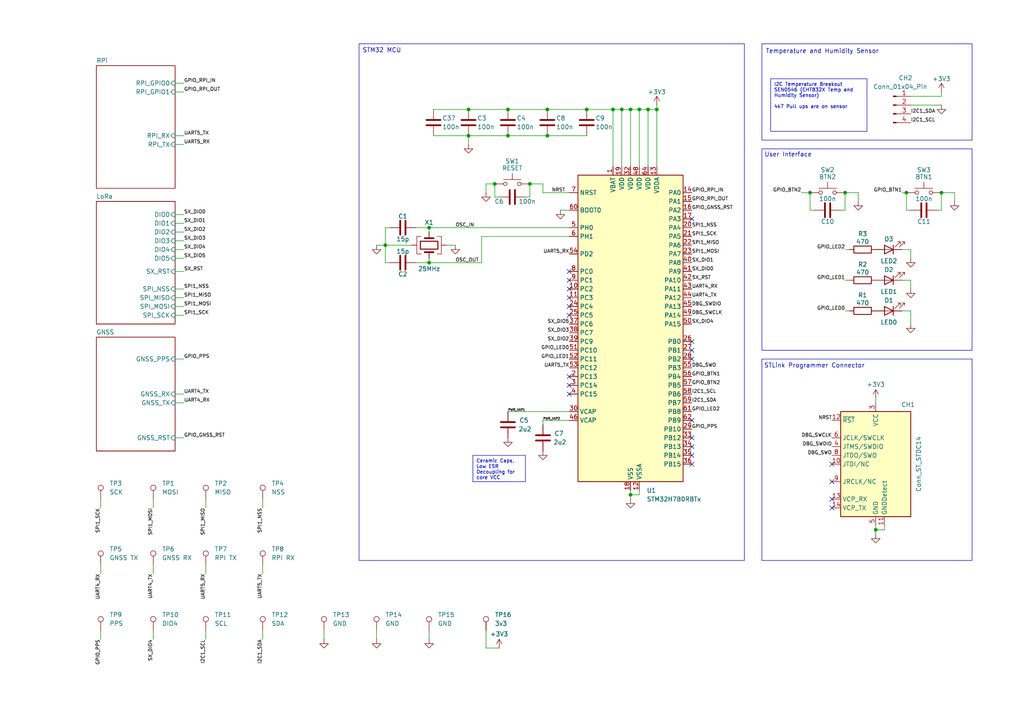
<source format=kicad_sch>
(kicad_sch (version 20250114) (generator "eeschema") (generator_version "9.0")
  (paper "A4")
  (title_block (title "LoRa Tracker HAT+ - uC and User Interface") (date "2025-07-05") (rev "v1.0") (company "Domonic Richardson"))
  (lib_symbols
    (symbol "Connector:Conn_01x04_Pin" (pin_names (offset 1.016) (hide yes))
      (property "Reference" "J" (at 0 5.08 0))
      (property "Value" "Conn_01x04_Pin" (at 0 -7.62 0))
      (symbol "Conn_01x04_Pin_1_1"
        (rectangle (start 0.8636 2.667) (end 0 2.413) (stroke (width 0.1524)) (fill (type outline)))
        (rectangle (start 0.8636 0.127) (end 0 -0.127) (stroke (width 0.1524)) (fill (type outline)))
        (rectangle (start 0.8636 -2.413) (end 0 -2.667) (stroke (width 0.1524)) (fill (type outline)))
        (rectangle (start 0.8636 -4.953) (end 0 -5.207) (stroke (width 0.1524)) (fill (type outline)))
        (polyline (pts (xy 1.27 2.54) (xy 0.8636 2.54)) (stroke (width 0.1524)))
        (polyline (pts (xy 1.27 0) (xy 0.8636 0)) (stroke (width 0.1524)))
        (polyline (pts (xy 1.27 -2.54) (xy 0.8636 -2.54)) (stroke (width 0.1524)))
        (polyline (pts (xy 1.27 -5.08) (xy 0.8636 -5.08)) (stroke (width 0.1524)))
        (pin passive line (at 5.08 2.54 180) (length 3.81) (name "Pin_1") (number "1"))
        (pin passive line (at 5.08 0 180) (length 3.81) (name "Pin_2") (number "2"))
        (pin passive line (at 5.08 -2.54 180) (length 3.81) (name "Pin_3") (number "3"))
        (pin passive line (at 5.08 -5.08 180) (length 3.81) (name "Pin_4") (number "4"))
      )
    )
    (symbol "Connector:Conn_ST_STDC14"
      (property "Reference" "J" (at -8.89 16.51 0))
      (property "Value" "Conn_ST_STDC14" (at 17.78 16.51 0))
      (symbol "Conn_ST_STDC14_0_1"
        (rectangle (start -10.16 15.24) (end 10.16 -15.24) (stroke (width 0.254)) (fill (type background)))
      )
      (symbol "Conn_ST_STDC14_1_1"
        (pin no_connect line (at -10.16 5.08 0) (length 2.54) (hide yes) (name "NC") (number "1"))
        (pin no_connect line (at -10.16 2.54 0) (length 2.54) (hide yes) (name "NC") (number "2"))
        (pin passive line (at -2.54 -17.78 90) (length 2.54) (name "GNDDetect") (number "11"))
        (pin power_in line (at 0 17.78 270) (length 2.54) (name "VCC") (number "3"))
        (pin power_in line (at 0 -17.78 90) (length 2.54) (name "GND") (number "5"))
        (pin passive line (at 0 -17.78 90) (length 2.54) (hide yes) (name "GND") (number "7"))
        (pin open_collector line (at 12.7 12.7 180) (length 2.54) (name "~{RST}") (number "12"))
        (pin output line (at 12.7 7.62 180) (length 2.54) (name "JCLK/SWCLK") (number "6"))
        (pin bidirectional line (at 12.7 5.08 180) (length 2.54) (name "JTMS/SWDIO") (number "4"))
        (pin input line (at 12.7 2.54 180) (length 2.54) (name "JTDO/SWO") (number "8"))
        (pin output line (at 12.7 0 180) (length 2.54) (name "JTDI/NC") (number "10"))
        (pin input line (at 12.7 -5.08 180) (length 2.54) (name "JRCLK/NC") (number "9"))
        (pin output line (at 12.7 -10.16 180) (length 2.54) (name "VCP_RX") (number "13"))
        (pin input line (at 12.7 -12.7 180) (length 2.54) (name "VCP_TX") (number "14"))
      )
    )
    (symbol "Connector:TestPoint" (pin_numbers (hide yes)) (pin_names (offset 0.762) (hide yes))
      (property "Reference" "TP" (at 0 6.858 0))
      (property "Value" "TestPoint" (at 0 5.08 0))
      (symbol "TestPoint_0_1"
        (circle (center 0 3.302) (radius 0.762))
      )
      (symbol "TestPoint_1_1"
        (pin passive line (at 0 0 90) (length 2.54) (name "1") (number "1"))
      )
    )
    (symbol "Device:C" (pin_numbers (hide yes)) (pin_names (offset 0.254))
      (property "Reference" "C" (at 0.635 2.54 0))
      (property "Value" "C" (at 0.635 -2.54 0))
      (symbol "C_0_1"
        (polyline (pts (xy -2.032 0.762) (xy 2.032 0.762)) (stroke (width 0.508)))
        (polyline (pts (xy -2.032 -0.762) (xy 2.032 -0.762)) (stroke (width 0.508)))
      )
      (symbol "C_1_1"
        (pin passive line (at 0 3.81 270) (length 2.794) (name "~") (number "1"))
        (pin passive line (at 0 -3.81 90) (length 2.794) (name "~") (number "2"))
      )
    )
    (symbol "Device:Crystal_GND24" (pin_numbers (hide yes)) (pin_names (offset 1.016) (hide yes))
      (property "Reference" "Y" (at 3.175 5.08 0))
      (property "Value" "Crystal_GND24" (at 3.175 3.175 0))
      (symbol "Crystal_GND24_0_1"
        (polyline (pts (xy -2.54 2.286) (xy -2.54 3.556) (xy 2.54 3.556) (xy 2.54 2.286)))
        (polyline (pts (xy -2.54 0) (xy -2.032 0)))
        (polyline (pts (xy -2.54 -2.286) (xy -2.54 -3.556) (xy 2.54 -3.556) (xy 2.54 -2.286)))
        (polyline (pts (xy -2.032 -1.27) (xy -2.032 1.27)) (stroke (width 0.508)))
        (rectangle (start -1.143 2.54) (end 1.143 -2.54) (stroke (width 0.3048)))
        (polyline (pts (xy 0 3.556) (xy 0 3.81)))
        (polyline (pts (xy 0 -3.81) (xy 0 -3.556)))
        (polyline (pts (xy 2.032 0) (xy 2.54 0)))
        (polyline (pts (xy 2.032 -1.27) (xy 2.032 1.27)) (stroke (width 0.508)))
      )
      (symbol "Crystal_GND24_1_1"
        (pin passive line (at -3.81 0 0) (length 1.27) (name "1") (number "1"))
        (pin passive line (at 0 5.08 270) (length 1.27) (name "2") (number "2"))
        (pin passive line (at 0 -5.08 90) (length 1.27) (name "4") (number "4"))
        (pin passive line (at 3.81 0 180) (length 1.27) (name "3") (number "3"))
      )
    )
    (symbol "Device:LED" (pin_numbers (hide yes)) (pin_names (offset 1.016) (hide yes))
      (property "Reference" "D" (at 0 2.54 0))
      (property "Value" "LED" (at 0 -2.54 0))
      (symbol "LED_0_1"
        (polyline (pts (xy -3.048 -0.762) (xy -4.572 -2.286) (xy -3.81 -2.286) (xy -4.572 -2.286) (xy -4.572 -1.524)))
        (polyline (pts (xy -1.778 -0.762) (xy -3.302 -2.286) (xy -2.54 -2.286) (xy -3.302 -2.286) (xy -3.302 -1.524)))
        (polyline (pts (xy -1.27 0) (xy 1.27 0)))
        (polyline (pts (xy -1.27 -1.27) (xy -1.27 1.27)) (stroke (width 0.254)))
        (polyline (pts (xy 1.27 -1.27) (xy 1.27 1.27) (xy -1.27 0) (xy 1.27 -1.27)) (stroke (width 0.254)))
      )
      (symbol "LED_1_1"
        (pin passive line (at -3.81 0 0) (length 2.54) (name "K") (number "1"))
        (pin passive line (at 3.81 0 180) (length 2.54) (name "A") (number "2"))
      )
    )
    (symbol "Device:R" (pin_numbers (hide yes)) (pin_names (offset 0))
      (property "Reference" "R" (at 2.032 0 90))
      (property "Value" "R" (at 0 0 90))
      (symbol "R_0_1"
        (rectangle (start -1.016 -2.54) (end 1.016 2.54) (stroke (width 0.254)))
      )
      (symbol "R_1_1"
        (pin passive line (at 0 3.81 270) (length 1.27) (name "~") (number "1"))
        (pin passive line (at 0 -3.81 90) (length 1.27) (name "~") (number "2"))
      )
    )
    (symbol "MCU_ST_STM32H7:STM32H7B0RBTx"
      (property "Reference" "U" (at -15.24 46.99 0))
      (property "Value" "STM32H7B0RBTx" (at 10.16 46.99 0))
      (symbol "STM32H7B0RBTx_0_1"
        (rectangle (start -15.24 -43.18) (end 15.24 45.72) (stroke (width 0.254)) (fill (type background)))
      )
      (symbol "STM32H7B0RBTx_1_1"
        (pin input line (at -17.78 40.64 0) (length 2.54) (name "NRST") (number "7"))
        (pin input line (at -17.78 35.56 0) (length 2.54) (name "BOOT0") (number "60"))
        (pin bidirectional line (at -17.78 30.48 0) (length 2.54) (name "PH0") (number "5"))
        (pin bidirectional line (at -17.78 27.94 0) (length 2.54) (name "PH1") (number "6"))
        (pin bidirectional line (at -17.78 22.86 0) (length 2.54) (name "PD2") (number "54"))
        (pin bidirectional line (at -17.78 17.78 0) (length 2.54) (name "PC0") (number "8"))
        (pin bidirectional line (at -17.78 15.24 0) (length 2.54) (name "PC1") (number "9"))
        (pin bidirectional line (at -17.78 12.7 0) (length 2.54) (name "PC2") (number "10"))
        (pin bidirectional line (at -17.78 10.16 0) (length 2.54) (name "PC3") (number "11"))
        (pin bidirectional line (at -17.78 7.62 0) (length 2.54) (name "PC4") (number "24"))
        (pin bidirectional line (at -17.78 5.08 0) (length 2.54) (name "PC5") (number "25"))
        (pin bidirectional line (at -17.78 2.54 0) (length 2.54) (name "PC6") (number "37"))
        (pin bidirectional line (at -17.78 0 0) (length 2.54) (name "PC7") (number "38"))
        (pin bidirectional line (at -17.78 -2.54 0) (length 2.54) (name "PC9") (number "39"))
        (pin bidirectional line (at -17.78 -5.08 0) (length 2.54) (name "PC10") (number "51"))
        (pin bidirectional line (at -17.78 -7.62 0) (length 2.54) (name "PC11") (number "52"))
        (pin bidirectional line (at -17.78 -10.16 0) (length 2.54) (name "PC12") (number "53"))
        (pin bidirectional line (at -17.78 -12.7 0) (length 2.54) (name "PC13") (number "2"))
        (pin bidirectional line (at -17.78 -15.24 0) (length 2.54) (name "PC14") (number "3"))
        (pin bidirectional line (at -17.78 -17.78 0) (length 2.54) (name "PC15") (number "4"))
        (pin power_out line (at -17.78 -22.86 0) (length 2.54) (name "VCAP") (number "30"))
        (pin power_out line (at -17.78 -25.4 0) (length 2.54) (name "VCAP") (number "46"))
        (pin power_in line (at -5.08 48.26 270) (length 2.54) (name "VBAT") (number "1"))
        (pin power_in line (at -2.54 48.26 270) (length 2.54) (name "VDD") (number "19"))
        (pin power_in line (at 0 48.26 270) (length 2.54) (name "VDD") (number "32"))
        (pin power_in line (at 0 -45.72 90) (length 2.54) (name "VSS") (number "18"))
        (pin passive line (at 0 -45.72 90) (length 2.54) (hide yes) (name "VSS") (number "31"))
        (pin passive line (at 0 -45.72 90) (length 2.54) (hide yes) (name "VSS") (number "47"))
        (pin passive line (at 0 -45.72 90) (length 2.54) (hide yes) (name "VSS") (number "63"))
        (pin power_in line (at 2.54 48.26 270) (length 2.54) (name "VDD") (number "48"))
        (pin power_in line (at 2.54 -45.72 90) (length 2.54) (name "VSSA") (number "12"))
        (pin power_in line (at 5.08 48.26 270) (length 2.54) (name "VDD") (number "64"))
        (pin power_in line (at 7.62 48.26 270) (length 2.54) (name "VDDA") (number "13"))
        (pin bidirectional line (at 17.78 40.64 180) (length 2.54) (name "PA0") (number "14"))
        (pin bidirectional line (at 17.78 38.1 180) (length 2.54) (name "PA1") (number "15"))
        (pin bidirectional line (at 17.78 35.56 180) (length 2.54) (name "PA2") (number "16"))
        (pin bidirectional line (at 17.78 33.02 180) (length 2.54) (name "PA3") (number "17"))
        (pin bidirectional line (at 17.78 30.48 180) (length 2.54) (name "PA4") (number "20"))
        (pin bidirectional line (at 17.78 27.94 180) (length 2.54) (name "PA5") (number "21"))
        (pin bidirectional line (at 17.78 25.4 180) (length 2.54) (name "PA6") (number "22"))
        (pin bidirectional line (at 17.78 22.86 180) (length 2.54) (name "PA7") (number "23"))
        (pin bidirectional line (at 17.78 20.32 180) (length 2.54) (name "PA8") (number "40"))
        (pin bidirectional line (at 17.78 17.78 180) (length 2.54) (name "PA9") (number "41"))
        (pin bidirectional line (at 17.78 15.24 180) (length 2.54) (name "PA10") (number "42"))
        (pin bidirectional line (at 17.78 12.7 180) (length 2.54) (name "PA11") (number "43"))
        (pin bidirectional line (at 17.78 10.16 180) (length 2.54) (name "PA12") (number "44"))
        (pin bidirectional line (at 17.78 7.62 180) (length 2.54) (name "PA13") (number "45"))
        (pin bidirectional line (at 17.78 5.08 180) (length 2.54) (name "PA14") (number "49"))
        (pin bidirectional line (at 17.78 2.54 180) (length 2.54) (name "PA15") (number "50"))
        (pin bidirectional line (at 17.78 -2.54 180) (length 2.54) (name "PB0") (number "26"))
        (pin bidirectional line (at 17.78 -5.08 180) (length 2.54) (name "PB1") (number "27"))
        (pin bidirectional line (at 17.78 -7.62 180) (length 2.54) (name "PB2") (number "28"))
        (pin bidirectional line (at 17.78 -10.16 180) (length 2.54) (name "PB3") (number "55"))
        (pin bidirectional line (at 17.78 -12.7 180) (length 2.54) (name "PB4") (number "56"))
        (pin bidirectional line (at 17.78 -15.24 180) (length 2.54) (name "PB5") (number "57"))
        (pin bidirectional line (at 17.78 -17.78 180) (length 2.54) (name "PB6") (number "58"))
        (pin bidirectional line (at 17.78 -20.32 180) (length 2.54) (name "PB7") (number "59"))
        (pin bidirectional line (at 17.78 -22.86 180) (length 2.54) (name "PB8") (number "61"))
        (pin bidirectional line (at 17.78 -25.4 180) (length 2.54) (name "PB9") (number "62"))
        (pin bidirectional line (at 17.78 -27.94 180) (length 2.54) (name "PB10") (number "29"))
        (pin bidirectional line (at 17.78 -30.48 180) (length 2.54) (name "PB12") (number "33"))
        (pin bidirectional line (at 17.78 -33.02 180) (length 2.54) (name "PB13") (number "34"))
        (pin bidirectional line (at 17.78 -35.56 180) (length 2.54) (name "PB14") (number "35"))
        (pin bidirectional line (at 17.78 -38.1 180) (length 2.54) (name "PB15") (number "36"))
      )
    )
    (symbol "Switch:SW_Push" (pin_numbers (hide yes)) (pin_names (offset 1.016) (hide yes))
      (property "Reference" "SW" (at 1.27 2.54 0))
      (property "Value" "SW_Push" (at 0 -1.524 0))
      (symbol "SW_Push_0_1"
        (circle (center -2.032 0) (radius 0.508))
        (polyline (pts (xy 0 1.27) (xy 0 3.048)))
        (circle (center 2.032 0) (radius 0.508))
        (polyline (pts (xy 2.54 1.27) (xy -2.54 1.27)))
        (pin passive line (at -5.08 0 0) (length 2.54) (name "1") (number "1"))
        (pin passive line (at 5.08 0 180) (length 2.54) (name "2") (number "2"))
      )
    )
    (symbol "power:+3V3" (power) (pin_numbers (hide yes)) (pin_names (offset 0) (hide yes))
      (property "Value" "+3V3" (at 0 3.556 0))
      (symbol "+3V3_0_1"
        (polyline (pts (xy -0.762 1.27) (xy 0 2.54)))
        (polyline (pts (xy 0 2.54) (xy 0.762 1.27)))
        (polyline (pts (xy 0 0) (xy 0 2.54)))
      )
      (symbol "+3V3_1_1"
        (pin power_in line (at 0 0 90) (length 0) (name "~") (number "1"))
      )
    )
    (symbol "power:GND" (power) (pin_numbers (hide yes)) (pin_names (offset 0) (hide yes))
      (property "Value" "GND" (at 0 -3.81 0))
      (symbol "GND_0_1"
        (polyline (pts (xy 0 0) (xy 0 -1.27) (xy 1.27 -1.27) (xy 0 -2.54) (xy -1.27 -1.27) (xy 0 -1.27)))
      )
      (symbol "GND_1_1"
        (pin power_in line (at 0 0 270) (length 0) (name "~") (number "1"))
      )
    )
  )
  (rectangle (start 220.98 12.7) (end 281.94 40.64))
  (rectangle (start 104.14 12.7) (end 215.9 162.56))
  (rectangle (start 220.98 43.18) (end 281.94 101.6))
  (rectangle (start 220.98 104.14) (end 281.94 162.56))
  (text "STLink Programmer Connector" (at 236.22 106.172 0) (effects (font (size 1.27 1.27))))
  (text "Temperature and Humidity Sensor" (at 238.506 14.986 0) (effects (font (size 1.27 1.27))))
  (text "STM32 MCU" (at 110.744 14.732 0) (effects (font (size 1.27 1.27))))
  (text "User Interface" (at 228.6 44.958 0) (effects (font (size 1.27 1.27))))
  (text_box "I2C Temperature Breakout SEN0546 (CHT832X Temp and Humidity Sensor)\n\n4k7 Pull ups are on sensor \n" (at 223.52 22.86 0) (size 27.94 15.24) (margins 0.9525 0.9525 0.9525 0.9525) (effects (font (size 1 1)) (justify left top)))
  (text_box "Ceramic Caps, Low ESR\nDecoupling for core VCC" (at 137.16 132.08 0) (size 15.24 7.62) (margins 0.9525 0.9525 0.9525 0.9525) (effects (font (size 1 1)) (justify left top)))
  (junction (at 177.8 31.75))
  (junction (at 182.88 31.75))
  (junction (at 147.32 39.37))
  (junction (at 180.34 31.75))
  (junction (at 124.46 66.04))
  (junction (at 158.75 39.37))
  (junction (at 111.76 71.12))
  (junction (at 190.5 31.75))
  (junction (at 135.89 39.37))
  (junction (at 273.05 55.88))
  (junction (at 143.51 53.34))
  (junction (at 124.46 76.2))
  (junction (at 170.18 31.75))
  (junction (at 234.95 55.88))
  (junction (at 185.42 31.75))
  (junction (at 158.75 31.75))
  (junction (at 262.89 55.88))
  (junction (at 135.89 31.75))
  (junction (at 187.96 31.75))
  (junction (at 254 153.67))
  (junction (at 147.32 31.75))
  (junction (at 245.11 55.88))
  (junction (at 182.88 143.51))
  (junction (at 153.67 53.34))
  (no_connect (at 241.3 139.7))
  (no_connect (at 200.66 127))
  (no_connect (at 200.66 132.08))
  (no_connect (at 165.1 83.82))
  (no_connect (at 200.66 129.54))
  (no_connect (at 165.1 86.36))
  (no_connect (at 165.1 91.44))
  (no_connect (at 165.1 114.3))
  (no_connect (at 200.66 134.62))
  (no_connect (at 200.66 104.14))
  (no_connect (at 165.1 109.22))
  (no_connect (at 200.66 63.5))
  (no_connect (at 200.66 99.06))
  (no_connect (at 165.1 81.28))
  (no_connect (at 241.3 147.32))
  (no_connect (at 241.3 144.78))
  (no_connect (at 165.1 78.74))
  (no_connect (at 165.1 88.9))
  (no_connect (at 241.3 134.62))
  (no_connect (at 200.66 101.6))
  (no_connect (at 200.66 121.92))
  (no_connect (at 165.1 111.76))
  (wire (pts (xy 140.97 182.88) (xy 140.97 187.96)))
  (wire (pts (xy 129.54 71.12) (xy 132.08 71.12)))
  (wire (pts (xy 261.62 72.39) (xy 264.16 72.39)))
  (wire (pts (xy 113.03 76.2) (xy 111.76 76.2)))
  (wire (pts (xy 153.67 57.15) (xy 153.67 53.34)))
  (wire (pts (xy 177.8 31.75) (xy 177.8 48.26)))
  (wire (pts (xy 139.7 68.58) (xy 139.7 76.2)))
  (wire (pts (xy 124.46 66.04) (xy 165.1 66.04)))
  (wire (pts (xy 135.89 39.37) (xy 135.89 41.91)))
  (wire (pts (xy 165.1 121.92) (xy 157.48 121.92)))
  (wire (pts (xy 109.22 71.12) (xy 111.76 71.12)))
  (wire (pts (xy 232.41 55.88) (xy 234.95 55.88)))
  (wire (pts (xy 50.8 116.84) (xy 53.34 116.84)))
  (wire (pts (xy 147.32 31.75) (xy 158.75 31.75)))
  (wire (pts (xy 273.05 55.88) (xy 273.05 60.96)))
  (wire (pts (xy 245.11 90.17) (xy 246.38 90.17)))
  (wire (pts (xy 248.92 55.88) (xy 245.11 55.88)))
  (wire (pts (xy 147.32 39.37) (xy 158.75 39.37)))
  (wire (pts (xy 234.95 60.96) (xy 236.22 60.96)))
  (wire (pts (xy 245.11 60.96) (xy 245.11 55.88)))
  (wire (pts (xy 50.8 67.31) (xy 53.34 67.31)))
  (wire (pts (xy 50.8 26.67) (xy 53.34 26.67)))
  (wire (pts (xy 185.42 31.75) (xy 182.88 31.75)))
  (wire (pts (xy 124.46 76.2) (xy 139.7 76.2)))
  (wire (pts (xy 190.5 30.48) (xy 190.5 31.75)))
  (wire (pts (xy 50.8 83.82) (xy 53.34 83.82)))
  (wire (pts (xy 59.69 163.83) (xy 59.69 166.37)))
  (wire (pts (xy 248.92 58.42) (xy 248.92 55.88)))
  (wire (pts (xy 44.45 182.88) (xy 44.45 185.42)))
  (wire (pts (xy 125.73 31.75) (xy 135.89 31.75)))
  (wire (pts (xy 124.46 182.88) (xy 124.46 185.42)))
  (wire (pts (xy 157.48 121.92) (xy 157.48 123.19)))
  (wire (pts (xy 276.86 58.42) (xy 276.86 55.88)))
  (wire (pts (xy 113.03 66.04) (xy 111.76 66.04)))
  (wire (pts (xy 50.8 88.9) (xy 53.34 88.9)))
  (wire (pts (xy 50.8 104.14) (xy 53.34 104.14)))
  (wire (pts (xy 158.75 39.37) (xy 170.18 39.37)))
  (wire (pts (xy 44.45 163.83) (xy 44.45 166.37)))
  (wire (pts (xy 264.16 30.48) (xy 273.05 30.48)))
  (wire (pts (xy 120.65 76.2) (xy 124.46 76.2)))
  (wire (pts (xy 180.34 31.75) (xy 182.88 31.75)))
  (wire (pts (xy 125.73 39.37) (xy 135.89 39.37)))
  (wire (pts (xy 29.21 144.78) (xy 29.21 147.32)))
  (wire (pts (xy 190.5 31.75) (xy 187.96 31.75)))
  (wire (pts (xy 50.8 78.74) (xy 53.34 78.74)))
  (wire (pts (xy 111.76 76.2) (xy 111.76 71.12)))
  (wire (pts (xy 158.75 31.75) (xy 170.18 31.75)))
  (wire (pts (xy 50.8 62.23) (xy 53.34 62.23)))
  (wire (pts (xy 50.8 72.39) (xy 53.34 72.39)))
  (wire (pts (xy 143.51 53.34) (xy 140.97 53.34)))
  (wire (pts (xy 261.62 55.88) (xy 262.89 55.88)))
  (wire (pts (xy 243.84 60.96) (xy 245.11 60.96)))
  (wire (pts (xy 140.97 53.34) (xy 140.97 55.88)))
  (wire (pts (xy 177.8 31.75) (xy 180.34 31.75)))
  (wire (pts (xy 50.8 39.37) (xy 53.34 39.37)))
  (wire (pts (xy 53.34 74.93) (xy 50.8 74.93)))
  (wire (pts (xy 170.18 31.75) (xy 177.8 31.75)))
  (wire (pts (xy 144.78 57.15) (xy 143.51 57.15)))
  (wire (pts (xy 120.65 66.04) (xy 124.46 66.04)))
  (wire (pts (xy 264.16 72.39) (xy 264.16 74.93)))
  (wire (pts (xy 50.8 91.44) (xy 53.34 91.44)))
  (wire (pts (xy 44.45 144.78) (xy 44.45 147.32)))
  (wire (pts (xy 182.88 143.51) (xy 182.88 144.78)))
  (wire (pts (xy 187.96 48.26) (xy 187.96 31.75)))
  (wire (pts (xy 50.8 24.13) (xy 53.34 24.13)))
  (wire (pts (xy 256.54 153.67) (xy 254 153.67)))
  (wire (pts (xy 50.8 69.85) (xy 53.34 69.85)))
  (wire (pts (xy 182.88 142.24) (xy 182.88 143.51)))
  (wire (pts (xy 135.89 31.75) (xy 147.32 31.75)))
  (wire (pts (xy 264.16 27.94) (xy 273.05 27.94)))
  (wire (pts (xy 254 115.57) (xy 254 116.84)))
  (wire (pts (xy 135.89 39.37) (xy 147.32 39.37)))
  (wire (pts (xy 93.98 182.88) (xy 93.98 185.42)))
  (wire (pts (xy 256.54 152.4) (xy 256.54 153.67)))
  (wire (pts (xy 59.69 144.78) (xy 59.69 147.32)))
  (wire (pts (xy 152.4 57.15) (xy 153.67 57.15)))
  (wire (pts (xy 254 152.4) (xy 254 153.67)))
  (wire (pts (xy 140.97 187.96) (xy 144.78 187.96)))
  (wire (pts (xy 50.8 64.77) (xy 53.34 64.77)))
  (wire (pts (xy 262.89 55.88) (xy 262.89 60.96)))
  (wire (pts (xy 76.2 163.83) (xy 76.2 166.37)))
  (wire (pts (xy 50.8 86.36) (xy 53.34 86.36)))
  (wire (pts (xy 276.86 55.88) (xy 273.05 55.88)))
  (wire (pts (xy 76.2 182.88) (xy 76.2 185.42)))
  (wire (pts (xy 157.48 53.34) (xy 157.48 55.88)))
  (wire (pts (xy 273.05 26.67) (xy 273.05 27.94)))
  (wire (pts (xy 157.48 55.88) (xy 165.1 55.88)))
  (wire (pts (xy 76.2 144.78) (xy 76.2 147.32)))
  (wire (pts (xy 153.67 53.34) (xy 157.48 53.34)))
  (wire (pts (xy 185.42 143.51) (xy 182.88 143.51)))
  (wire (pts (xy 111.76 71.12) (xy 119.38 71.12)))
  (wire (pts (xy 261.62 81.28) (xy 264.16 81.28)))
  (wire (pts (xy 162.56 60.96) (xy 165.1 60.96)))
  (wire (pts (xy 190.5 48.26) (xy 190.5 31.75)))
  (wire (pts (xy 124.46 66.04) (xy 124.46 67.31)))
  (wire (pts (xy 264.16 81.28) (xy 264.16 83.82)))
  (wire (pts (xy 185.42 142.24) (xy 185.42 143.51)))
  (wire (pts (xy 262.89 60.96) (xy 264.16 60.96)))
  (wire (pts (xy 111.76 66.04) (xy 111.76 71.12)))
  (wire (pts (xy 180.34 48.26) (xy 180.34 31.75)))
  (wire (pts (xy 59.69 182.88) (xy 59.69 185.42)))
  (wire (pts (xy 234.95 55.88) (xy 234.95 60.96)))
  (wire (pts (xy 245.11 72.39) (xy 246.38 72.39)))
  (wire (pts (xy 261.62 90.17) (xy 264.16 90.17)))
  (wire (pts (xy 165.1 68.58) (xy 139.7 68.58)))
  (wire (pts (xy 245.11 81.28) (xy 246.38 81.28)))
  (wire (pts (xy 50.8 127) (xy 53.34 127)))
  (wire (pts (xy 147.32 119.38) (xy 165.1 119.38)))
  (wire (pts (xy 109.22 182.88) (xy 109.22 185.42)))
  (wire (pts (xy 124.46 74.93) (xy 124.46 76.2)))
  (wire (pts (xy 254 154.94) (xy 254 153.67)))
  (wire (pts (xy 50.8 41.91) (xy 53.34 41.91)))
  (wire (pts (xy 29.21 182.88) (xy 29.21 185.42)))
  (wire (pts (xy 264.16 90.17) (xy 264.16 93.98)))
  (wire (pts (xy 50.8 114.3) (xy 53.34 114.3)))
  (wire (pts (xy 29.21 163.83) (xy 29.21 166.37)))
  (wire (pts (xy 182.88 48.26) (xy 182.88 31.75)))
  (wire (pts (xy 187.96 31.75) (xy 185.42 31.75)))
  (wire (pts (xy 185.42 48.26) (xy 185.42 31.75)))
  (wire (pts (xy 143.51 57.15) (xy 143.51 53.34)))
  (wire (pts (xy 273.05 60.96) (xy 271.78 60.96)))
  (label "UART5_RX" (at 165.1 73.66 180) (effects (font (size 1 1))))
  (label "SX_DIO5" (at 53.34 74.93 0) (effects (font (size 1 1))))
  (label "GPIO_BTN2" (at 232.41 55.88 180) (effects (font (size 1 1))))
  (label "DBG_SWDIO" (at 200.66 88.9 0) (effects (font (size 1 1))))
  (label "PWR_VAP1" (at 147.32 119.38 0) (effects (font (size 0.64 0.64))))
  (label "GPIO_RPI_OUT" (at 53.34 26.67 0) (effects (font (size 1 1))))
  (label "SX_DIO3" (at 165.1 96.52 180) (effects (font (size 1 1))))
  (label "OSC_OUT" (at 132.08 76.2 0) (effects (font (size 1 1))))
  (label "GPIO_LED1" (at 245.11 81.28 180) (effects (font (size 1 1))))
  (label "SPI1_MISO" (at 59.69 147.32 270) (effects (font (size 1 1))))
  (label "I2C1_SCL" (at 59.69 185.42 270) (effects (font (size 1 1))))
  (label "DBG_SWCLK" (at 241.3 127 180) (effects (font (size 1 1))))
  (label "UART5_RX" (at 59.69 166.37 270) (effects (font (size 1 1))))
  (label "SPI1_NSS" (at 53.34 83.82 0) (effects (font (size 1 1))))
  (label "SPI1_MOSI" (at 44.45 147.32 270) (effects (font (size 1 1))))
  (label "GPIO_LED0" (at 245.11 90.17 180) (effects (font (size 1 1))))
  (label "GPIO_PPS" (at 53.34 104.14 0) (effects (font (size 1 1))))
  (label "PWR_VAP2" (at 157.48 121.92 0) (effects (font (size 0.64 0.64))))
  (label "UART4_TX" (at 53.34 114.3 0) (effects (font (size 1 1))))
  (label "SX_DIO2" (at 53.34 67.31 0) (effects (font (size 1 1))))
  (label "SPI1_MISO" (at 53.34 86.36 0) (effects (font (size 1 1))))
  (label "SPI1_NSS" (at 200.66 66.04 0) (effects (font (size 1 1))))
  (label "UART4_RX" (at 200.66 83.82 0) (effects (font (size 1 1))))
  (label "GPIO_BTN1" (at 200.66 109.22 0) (effects (font (size 1 1))))
  (label "UART5_TX" (at 165.1 106.68 180) (effects (font (size 1 1))))
  (label "UART5_TX" (at 76.2 166.37 270) (effects (font (size 1 1))))
  (label "GPIO_PPS" (at 29.21 185.42 270) (effects (font (size 1 1))))
  (label "GPIO_RPI_IN" (at 53.34 24.13 0) (effects (font (size 1 1))))
  (label "SPI1_SCK" (at 29.21 147.32 270) (effects (font (size 1 1))))
  (label "GPIO_GNSS_RST" (at 53.34 127 0) (effects (font (size 1 1))))
  (label "GPIO_PPS" (at 200.66 124.46 0) (effects (font (size 1 1))))
  (label "UART4_RX" (at 29.21 166.37 270) (effects (font (size 1 1))))
  (label "GPIO_BTN2" (at 200.66 111.76 0) (effects (font (size 1 1))))
  (label "SPI1_SCK" (at 53.34 91.44 0) (effects (font (size 1 1))))
  (label "SPI1_MISO" (at 200.66 71.12 0) (effects (font (size 1 1))))
  (label "DBG_SWO" (at 200.66 106.68 0) (effects (font (size 1 1))))
  (label "SX_DIO3" (at 53.34 69.85 0) (effects (font (size 1 1))))
  (label "SX_DIO2" (at 165.1 99.06 180) (effects (font (size 1 1))))
  (label "UART4_TX" (at 44.45 166.37 270) (effects (font (size 1 1))))
  (label "GPIO_LED1" (at 165.1 104.14 180) (effects (font (size 1 1))))
  (label "DBG_SWO" (at 241.3 132.08 180) (effects (font (size 1 1))))
  (label "GPIO_RPI_OUT" (at 200.66 58.42 0) (effects (font (size 1 1))))
  (label "SX_DIO1" (at 200.66 76.2 0) (effects (font (size 1 1))))
  (label "SPI1_SCK" (at 200.66 68.58 0) (effects (font (size 1 1))))
  (label "GPIO_RPI_IN" (at 200.66 55.88 0) (effects (font (size 1 1))))
  (label "GPIO_LED2" (at 245.11 72.39 180) (effects (font (size 1 1))))
  (label "DBG_SWCLK" (at 200.66 91.44 0) (effects (font (size 1 1))))
  (label "SPI1_NSS" (at 76.2 147.32 270) (effects (font (size 1 1))))
  (label "SPI1_MOSI" (at 200.66 73.66 0) (effects (font (size 1 1))))
  (label "SPI1_MOSI" (at 53.34 88.9 0) (effects (font (size 1 1))))
  (label "DBG_SWDIO" (at 241.3 129.54 180) (effects (font (size 1 1))))
  (label "I2C1_SDA" (at 200.66 116.84 0) (effects (font (size 1 1))))
  (label "SX_DIO4" (at 53.34 72.39 0) (effects (font (size 1 1))))
  (label "SX_DIO1" (at 53.34 64.77 0) (effects (font (size 1 1))))
  (label "GPIO_BTN1" (at 261.62 55.88 180) (effects (font (size 1 1))))
  (label "I2C1_SDA" (at 264.16 33.02 0) (effects (font (size 1 1))))
  (label "SX_DIO4" (at 200.66 93.98 0) (effects (font (size 1 1))))
  (label "UART4_RX" (at 53.34 116.84 0) (effects (font (size 1 1))))
  (label "SX_RST" (at 53.34 78.74 0) (effects (font (size 1 1))))
  (label "SX_DIO4" (at 44.45 185.42 270) (effects (font (size 1 1))))
  (label "I2C1_SCL" (at 200.66 114.3 0) (effects (font (size 1 1))))
  (label "I2C1_SDA" (at 76.2 185.42 270) (effects (font (size 1 1))))
  (label "NRST" (at 160.02 55.88 0) (effects (font (size 1 1))))
  (label "UART4_TX" (at 200.66 86.36 0) (effects (font (size 1 1))))
  (label "I2C1_SCL" (at 264.16 35.56 0) (effects (font (size 1 1))))
  (label "GPIO_LED2" (at 200.66 119.38 0) (effects (font (size 1 1))))
  (label "UART5_TX" (at 53.34 39.37 0) (effects (font (size 1 1))))
  (label "SX_DIO0" (at 53.34 62.23 0) (effects (font (size 1 1))))
  (label "NRST" (at 241.3 121.92 180) (effects (font (size 1 1))))
  (label "SX_DIO5" (at 165.1 93.98 180) (effects (font (size 1 1))))
  (label "OSC_IN" (at 132.08 66.04 0) (effects (font (size 1 1))))
  (label "SX_DIO0" (at 200.66 78.74 0) (effects (font (size 1 1))))
  (label "GPIO_GNSS_RST" (at 200.66 60.96 0) (effects (font (size 1 1))))
  (label "UART5_RX" (at 53.34 41.91 0) (effects (font (size 1 1))))
  (label "SX_RST" (at 200.66 81.28 0) (effects (font (size 1 1))))
  (label "GPIO_LED0" (at 165.1 101.6 180) (effects (font (size 1 1))))
  (symbol (lib_id "power:GND") (at 264.16 83.82 0) (unit 1)
    (property "Reference" "#PWR013" (effects (hide yes)))
    (property "Value" "GND" (effects (hide yes)))
    (property "Description" "Power symbol creates a global label with name \"GND\" , ground" (effects (hide yes)))
  )
  (symbol (lib_id "power:+3V3") (at 273.05 26.67 0) (unit 1)
    (property "Reference" "#PWR016" (effects (hide yes)))
    (property "Value" "+3V3" (at 273.05 22.86 0))
    (property "Description" "Power symbol creates a global label with name \"+3V3\"" (effects (hide yes)))
  )
  (symbol (lib_id "power:GND") (at 132.08 71.12 0) (unit 1)
    (property "Reference" "#PWR02" (effects (hide yes)))
    (property "Value" "GND" (effects (hide yes)))
    (property "Description" "Power symbol creates a global label with name \"GND\" , ground" (effects (hide yes)))
  )
  (symbol (lib_id "Connector:TestPoint") (at 44.45 163.83 0) (unit 1)
    (property "Reference" "TP6" (at 46.99 159.2579 0) (effects (justify left)))
    (property "Value" "GNSS RX" (at 46.99 161.7979 0) (effects (justify left)))
    (property "Footprint" "TestPoint:TestPoint_Pad_1.0x1.0mm" (effects (hide yes)))
    (property "Description" "test point" (effects (hide yes)))
  )
  (symbol (lib_id "power:GND") (at 157.48 130.81 0) (unit 1)
    (property "Reference" "#PWR06" (effects (hide yes)))
    (property "Value" "GND" (effects (hide yes)))
    (property "Description" "Power symbol creates a global label with name \"GND\" , ground" (effects (hide yes)))
  )
  (symbol (lib_id "Connector:TestPoint") (at 76.2 182.88 0) (unit 1)
    (property "Reference" "TP12" (at 78.74 178.3079 0) (effects (justify left)))
    (property "Value" "SDA" (at 78.74 180.8479 0) (effects (justify left)))
    (property "Footprint" "TestPoint:TestPoint_Pad_1.0x1.0mm" (effects (hide yes)))
    (property "Description" "test point" (effects (hide yes)))
  )
  (symbol (lib_id "Switch:SW_Push") (at 148.59 53.34 0) (unit 1)
    (property "Reference" "SW1" (at 148.59 46.736 0))
    (property "Value" "RESET" (at 148.59 48.768 0))
    (property "Footprint" "project_lib:PTS636SM43SMTR" (effects (hide yes)))
    (property "Datasheet" "PTS636SM43SMTR LFS" (effects (hide yes)))
    (property "Description" "Push button switch, generic, two pins" (effects (hide yes)))
  )
  (symbol (lib_id "power:GND") (at 273.05 30.48 0) (mirror y) (unit 1)
    (property "Reference" "#PWR017" (effects (hide yes)))
    (property "Value" "GND" (effects (hide yes)))
    (property "Description" "Power symbol creates a global label with name \"GND\" , ground" (effects (hide yes)))
  )
  (symbol (lib_id "Device:C") (at 135.89 35.56 0) (unit 1)
    (property "Reference" "C3" (at 138.43 34.29 0) (effects (justify left)))
    (property "Value" "100n" (at 138.43 36.83 0) (effects (justify left)))
    (property "Footprint" "Capacitor_SMD:C_0402_1005Metric" (effects (hide yes)))
    (property "Datasheet" "CL05B104KP5NNNC" (effects (hide yes)))
    (property "Description" "Unpolarized capacitor" (effects (hide yes)))
  )
  (symbol (lib_id "Connector:TestPoint") (at 109.22 182.88 0) (unit 1)
    (property "Reference" "TP14" (at 111.76 178.3079 0) (effects (justify left)))
    (property "Value" "GND" (at 111.76 180.8479 0) (effects (justify left)))
    (property "Footprint" "TestPoint:TestPoint_Pad_1.0x1.0mm" (effects (hide yes)))
    (property "Description" "test point" (effects (hide yes)))
  )
  (symbol (lib_id "Device:LED") (at 257.81 90.17 180) (unit 1)
    (property "Reference" "D1" (at 257.81 87.122 0))
    (property "Value" "LED0" (at 257.81 93.472 0))
    (property "Footprint" "LED_SMD:LED_0402_1005Metric" (effects (hide yes)))
    (property "Datasheet" "HSMC-C280" (effects (hide yes)))
    (property "Description" "HSMC-C280" (effects (hide yes)))
    (property "Sim.Pins" "1=K 2=A" (effects (hide yes)))
  )
  (symbol (lib_id "power:GND") (at 162.56 60.96 0) (unit 1)
    (property "Reference" "#PWR07" (effects (hide yes)))
    (property "Value" "GND" (effects (hide yes)))
    (property "Description" "Power symbol creates a global label with name \"GND\" , ground" (effects (hide yes)))
  )
  (symbol (lib_id "Connector:Conn_01x04_Pin") (at 259.08 30.48 0) (unit 1)
    (property "Reference" "CH2" (at 262.636 22.606 0))
    (property "Value" "Conn_01x04_Pin" (at 261.112 25.146 0))
    (property "Footprint" "Connector_PinHeader_2.54mm:PinHeader_1x04_P2.54mm_Vertical" (effects (hide yes)))
    (property "Datasheet" "61300411121" (effects (hide yes)))
    (property "Description" "Generic connector, single row, 01x04, script generated" (effects (hide yes)))
  )
  (symbol (lib_id "Device:R") (at 250.19 81.28 90) (unit 1)
    (property "Reference" "R2" (at 250.19 76.708 90))
    (property "Value" "470" (at 250.19 78.994 90))
    (property "Footprint" "Resistor_SMD:R_0402_1005Metric" (effects (hide yes)))
    (property "Datasheet" "RC0402FR-07470RL" (effects (hide yes)))
    (property "Description" "Resistor" (effects (hide yes)))
  )
  (symbol (lib_id "Connector:TestPoint") (at 59.69 163.83 0) (unit 1)
    (property "Reference" "TP7" (at 62.23 159.2579 0) (effects (justify left)))
    (property "Value" "RPI TX" (at 62.23 161.7979 0) (effects (justify left)))
    (property "Footprint" "TestPoint:TestPoint_Pad_1.0x1.0mm" (effects (hide yes)))
    (property "Description" "test point" (effects (hide yes)))
  )
  (symbol (lib_id "power:GND") (at 135.89 41.91 0) (unit 1)
    (property "Reference" "#PWR03" (effects (hide yes)))
    (property "Value" "GND" (effects (hide yes)))
    (property "Description" "Power symbol creates a global label with name \"GND\" , ground" (effects (hide yes)))
  )
  (symbol (lib_id "MCU_ST_STM32H7:STM32H7B0RBTx") (at 182.88 96.52 0) (unit 1)
    (property "Reference" "U1" (at 187.5633 142.24 0) (effects (justify left)))
    (property "Value" "STM32H7B0RBTx" (at 187.5633 144.78 0) (effects (justify left)))
    (property "Footprint" "Package_QFP:LQFP-64_10x10mm_P0.5mm" (effects (hide yes)))
    (property "Datasheet" "STM32H7B0RBT6" (effects (hide yes)))
    (property "Description" "STMicroelectronics Arm Cortex-M7 MCU, 128KB flash, 1184KB RAM, 280 MHz, 1.62-3.6V, 49 GPIO, LQFP64" (effects (hide yes)))
  )
  (symbol (lib_id "power:GND") (at 264.16 93.98 0) (unit 1)
    (property "Reference" "#PWR015" (effects (hide yes)))
    (property "Value" "GND" (effects (hide yes)))
    (property "Description" "Power symbol creates a global label with name \"GND\" , ground" (effects (hide yes)))
  )
  (symbol (lib_id "Connector:TestPoint") (at 59.69 182.88 0) (unit 1)
    (property "Reference" "TP11" (at 62.23 178.3079 0) (effects (justify left)))
    (property "Value" "SCL" (at 62.23 180.8479 0) (effects (justify left)))
    (property "Footprint" "TestPoint:TestPoint_Pad_1.0x1.0mm" (effects (hide yes)))
    (property "Description" "test point" (effects (hide yes)))
  )
  (symbol (lib_id "power:GND") (at 248.92 58.42 0) (unit 1)
    (property "Reference" "#PWR010" (effects (hide yes)))
    (property "Value" "GND" (effects (hide yes)))
    (property "Description" "Power symbol creates a global label with name \"GND\" , ground" (effects (hide yes)))
  )
  (symbol (lib_id "power:GND") (at 254 154.94 0) (unit 1)
    (property "Reference" "#PWR012" (effects (hide yes)))
    (property "Value" "GND" (effects (hide yes)))
    (property "Description" "Power symbol creates a global label with name \"GND\" , ground" (effects (hide yes)))
  )
  (symbol (lib_id "Connector:TestPoint") (at 44.45 182.88 0) (unit 1)
    (property "Reference" "TP10" (at 46.99 178.3079 0) (effects (justify left)))
    (property "Value" "DIO4" (at 46.99 180.8479 0) (effects (justify left)))
    (property "Footprint" "TestPoint:TestPoint_Pad_1.0x1.0mm" (effects (hide yes)))
    (property "Description" "test point" (effects (hide yes)))
  )
  (symbol (lib_id "power:+3V3") (at 144.78 187.96 0) (unit 1)
    (property "Reference" "#PWR061" (effects (hide yes)))
    (property "Value" "+3V3" (at 144.78 183.896 0))
    (property "Description" "Power symbol creates a global label with name \"+3V3\"" (effects (hide yes)))
  )
  (symbol (lib_id "Device:C") (at 158.75 35.56 0) (unit 1)
    (property "Reference" "C8" (at 161.29 34.29 0) (effects (justify left)))
    (property "Value" "100n" (at 161.29 36.83 0) (effects (justify left)))
    (property "Footprint" "Capacitor_SMD:C_0402_1005Metric" (effects (hide yes)))
    (property "Datasheet" "CL05B104KP5NNNC" (effects (hide yes)))
    (property "Description" "Unpolarized capacitor" (effects (hide yes)))
  )
  (symbol (lib_id "Connector:TestPoint") (at 76.2 144.78 0) (unit 1)
    (property "Reference" "TP4" (at 78.74 140.2079 0) (effects (justify left)))
    (property "Value" "NSS" (at 78.74 142.7479 0) (effects (justify left)))
    (property "Footprint" "TestPoint:TestPoint_Pad_1.0x1.0mm" (effects (hide yes)))
    (property "Description" "test point" (effects (hide yes)))
  )
  (symbol (lib_id "Connector:TestPoint") (at 29.21 144.78 0) (unit 1)
    (property "Reference" "TP3" (at 31.75 140.2079 0) (effects (justify left)))
    (property "Value" "SCK" (at 31.75 142.7479 0) (effects (justify left)))
    (property "Footprint" "TestPoint:TestPoint_Pad_1.0x1.0mm" (effects (hide yes)))
    (property "Description" "test point" (effects (hide yes)))
  )
  (symbol (lib_id "power:GND") (at 140.97 55.88 0) (unit 1)
    (property "Reference" "#PWR04" (effects (hide yes)))
    (property "Value" "GND" (effects (hide yes)))
    (property "Description" "Power symbol creates a global label with name \"GND\" , ground" (effects (hide yes)))
  )
  (symbol (lib_id "Device:LED") (at 257.81 72.39 180) (unit 1)
    (property "Reference" "D3" (at 257.81 69.342 0))
    (property "Value" "LED2" (at 257.81 75.692 0))
    (property "Footprint" "LED_SMD:LED_0402_1005Metric" (effects (hide yes)))
    (property "Datasheet" "HSMY-C280" (effects (hide yes)))
    (property "Description" "HSMY-C280" (effects (hide yes)))
    (property "Sim.Pins" "1=K 2=A" (effects (hide yes)))
  )
  (symbol (lib_id "Device:R") (at 250.19 72.39 90) (unit 1)
    (property "Reference" "R3" (at 250.19 67.818 90))
    (property "Value" "470" (at 250.19 70.104 90))
    (property "Footprint" "Resistor_SMD:R_0402_1005Metric" (effects (hide yes)))
    (property "Datasheet" "RC0402FR-07470RL" (effects (hide yes)))
    (property "Description" "Resistor" (effects (hide yes)))
  )
  (symbol (lib_id "Device:C") (at 116.84 76.2 270) (unit 1)
    (property "Reference" "C2" (at 116.84 79.502 90))
    (property "Value" "15p" (at 116.84 72.898 90))
    (property "Footprint" "Capacitor_SMD:C_0402_1005Metric" (effects (hide yes)))
    (property "Datasheet" "GJM1555C1H150JB01D" (effects (hide yes)))
    (property "Description" "GJM1555C1H150JB01D" (effects (hide yes)))
  )
  (symbol (lib_id "Device:Crystal_GND24") (at 124.46 71.12 90) (unit 1)
    (property "Reference" "X1" (at 124.46 64.516 90))
    (property "Value" "25MHz" (at 124.46 77.978 90))
    (property "Footprint" "Crystal:Crystal_SMD_2016-4Pin_2.0x1.6mm" (effects (hide yes)))
    (property "Datasheet" "ECS-250-10-37B2-CKM-TR" (effects (hide yes)))
    (property "Description" "ECS-250-10-37B2-CKM-TR" (effects (hide yes)))
  )
  (symbol (lib_id "Connector:TestPoint") (at 76.2 163.83 0) (unit 1)
    (property "Reference" "TP8" (at 78.74 159.2579 0) (effects (justify left)))
    (property "Value" "RPI RX" (at 78.74 161.7979 0) (effects (justify left)))
    (property "Footprint" "TestPoint:TestPoint_Pad_1.0x1.0mm" (effects (hide yes)))
    (property "Description" "test point" (effects (hide yes)))
  )
  (symbol (lib_id "Device:C") (at 147.32 35.56 0) (unit 1)
    (property "Reference" "C4" (at 149.86 34.29 0) (effects (justify left)))
    (property "Value" "100n" (at 149.86 36.83 0) (effects (justify left)))
    (property "Footprint" "Capacitor_SMD:C_0402_1005Metric" (effects (hide yes)))
    (property "Datasheet" "CL05B104KP5NNNC" (effects (hide yes)))
    (property "Description" "Unpolarized capacitor" (effects (hide yes)))
  )
  (symbol (lib_id "power:GND") (at 264.16 74.93 0) (unit 1)
    (property "Reference" "#PWR014" (effects (hide yes)))
    (property "Value" "GND" (effects (hide yes)))
    (property "Description" "Power symbol creates a global label with name \"GND\" , ground" (effects (hide yes)))
  )
  (symbol (lib_id "Connector:Conn_ST_STDC14") (at 254 134.62 0) (mirror y) (unit 1)
    (property "Reference" "CH1" (at 261.366 117.348 0) (effects (justify right)))
    (property "Value" "Conn_ST_STDC14" (at 266.446 126.492 90) (effects (justify right)))
    (property "Footprint" "project_lib:SAMTEC_FTSH-107-01-L-DV-A-TR" (effects (hide yes)))
    (property "Datasheet" "FTSH-107-01-L-DV-K-A-P" (effects (hide yes)))
    (property "Description" "ST Debug Connector, standard ARM Cortex-M SWD and JTAG interface plus UART" (effects (hide yes)))
  )
  (symbol (lib_id "power:GND") (at 182.88 144.78 0) (unit 1)
    (property "Reference" "#PWR08" (effects (hide yes)))
    (property "Value" "GND" (effects (hide yes)))
    (property "Description" "Power symbol creates a global label with name \"GND\" , ground" (effects (hide yes)))
  )
  (symbol (lib_id "power:GND") (at 109.22 71.12 0) (unit 1)
    (property "Reference" "#PWR01" (effects (hide yes)))
    (property "Value" "GND" (effects (hide yes)))
    (property "Description" "Power symbol creates a global label with name \"GND\" , ground" (effects (hide yes)))
  )
  (symbol (lib_id "Connector:TestPoint") (at 29.21 163.83 0) (unit 1)
    (property "Reference" "TP5" (at 31.75 159.2579 0) (effects (justify left)))
    (property "Value" "GNSS TX" (at 31.75 161.7979 0) (effects (justify left)))
    (property "Footprint" "TestPoint:TestPoint_Pad_1.0x1.0mm" (effects (hide yes)))
    (property "Description" "test point" (effects (hide yes)))
  )
  (symbol (lib_id "power:GND") (at 147.32 127 0) (unit 1)
    (property "Reference" "#PWR05" (effects (hide yes)))
    (property "Value" "GND" (effects (hide yes)))
    (property "Description" "Power symbol creates a global label with name \"GND\" , ground" (effects (hide yes)))
  )
  (symbol (lib_id "Device:C") (at 170.18 35.56 0) (unit 1)
    (property "Reference" "C9" (at 172.72 34.29 0) (effects (justify left)))
    (property "Value" "100n" (at 172.72 36.83 0) (effects (justify left)))
    (property "Footprint" "Capacitor_SMD:C_0402_1005Metric" (effects (hide yes)))
    (property "Datasheet" "CL05B104KP5NNNC" (effects (hide yes)))
    (property "Description" "Unpolarized capacitor" (effects (hide yes)))
  )
  (symbol (lib_id "Device:R") (at 250.19 90.17 90) (unit 1)
    (property "Reference" "R1" (at 250.19 85.598 90))
    (property "Value" "470" (at 250.19 87.884 90))
    (property "Footprint" "Resistor_SMD:R_0402_1005Metric" (effects (hide yes)))
    (property "Datasheet" "RC0402FR-07470RL" (effects (hide yes)))
    (property "Description" "Resistor" (effects (hide yes)))
  )
  (symbol (lib_id "power:+3V3") (at 190.5 30.48 0) (unit 1)
    (property "Reference" "#PWR09" (effects (hide yes)))
    (property "Value" "+3V3" (at 190.5 26.67 0))
    (property "Description" "Power symbol creates a global label with name \"+3V3\"" (effects (hide yes)))
  )
  (symbol (lib_id "Device:C") (at 148.59 57.15 270) (unit 1)
    (property "Reference" "C6" (at 144.78 58.42 90))
    (property "Value" "100n" (at 152.908 58.42 90))
    (property "Footprint" "Capacitor_SMD:C_0402_1005Metric" (effects (hide yes)))
    (property "Datasheet" "CL05B104KP5NNNC" (effects (hide yes)))
    (property "Description" "Unpolarized capacitor" (effects (hide yes)))
  )
  (symbol (lib_id "Device:C") (at 147.32 123.19 0) (unit 1)
    (property "Reference" "C5" (at 150.622 121.92 0) (effects (justify left)))
    (property "Value" "2u2" (at 150.368 124.46 0) (effects (justify left)))
    (property "Footprint" "Capacitor_SMD:C_0603_1608Metric" (effects (hide yes)))
    (property "Datasheet" "JMK107B7225MAHTR" (effects (hide yes)))
    (property "Description" "JMK107B7225MAHTR" (effects (hide yes)))
  )
  (symbol (lib_id "Device:C") (at 116.84 66.04 90) (unit 1)
    (property "Reference" "C1" (at 116.84 62.738 90))
    (property "Value" "15p" (at 116.84 69.342 90))
    (property "Footprint" "Capacitor_SMD:C_0402_1005Metric" (effects (hide yes)))
    (property "Datasheet" "GJM1555C1H150JB01D" (effects (hide yes)))
    (property "Description" "GJM1555C1H150JB01D" (effects (hide yes)))
  )
  (symbol (lib_id "Connector:TestPoint") (at 93.98 182.88 0) (unit 1)
    (property "Reference" "TP13" (at 96.52 178.3079 0) (effects (justify left)))
    (property "Value" "GND" (at 96.52 180.8479 0) (effects (justify left)))
    (property "Footprint" "TestPoint:TestPoint_Pad_1.0x1.0mm" (effects (hide yes)))
    (property "Description" "test point" (effects (hide yes)))
  )
  (symbol (lib_id "Device:LED") (at 257.81 81.28 180) (unit 1)
    (property "Reference" "D2" (at 257.81 78.232 0))
    (property "Value" "LED1" (at 257.81 84.582 0))
    (property "Footprint" "LED_SMD:LED_0402_1005Metric" (effects (hide yes)))
    (property "Datasheet" "HSMG-C280" (effects (hide yes)))
    (property "Description" "HSMG-C280" (effects (hide yes)))
    (property "Sim.Pins" "1=K 2=A" (effects (hide yes)))
  )
  (symbol (lib_id "Device:C") (at 240.03 60.96 270) (unit 1)
    (property "Reference" "C10" (at 240.03 64.262 90))
    (property "Value" "100n" (at 240.03 57.658 90))
    (property "Footprint" "Capacitor_SMD:C_0402_1005Metric" (effects (hide yes)))
    (property "Datasheet" "CL05B104KP5NNNC" (effects (hide yes)))
    (property "Description" "Unpolarized capacitor" (effects (hide yes)))
  )
  (symbol (lib_id "Device:C") (at 267.97 60.96 270) (unit 1)
    (property "Reference" "C11" (at 267.97 64.262 90))
    (property "Value" "100n" (at 267.97 57.658 90))
    (property "Footprint" "Capacitor_SMD:C_0402_1005Metric" (effects (hide yes)))
    (property "Datasheet" "CL05B104KP5NNNC" (effects (hide yes)))
    (property "Description" "Unpolarized capacitor" (effects (hide yes)))
  )
  (symbol (lib_id "Connector:TestPoint") (at 124.46 182.88 0) (unit 1)
    (property "Reference" "TP15" (at 127 178.3079 0) (effects (justify left)))
    (property "Value" "GND" (at 127 180.8479 0) (effects (justify left)))
    (property "Footprint" "TestPoint:TestPoint_Pad_1.0x1.0mm" (effects (hide yes)))
    (property "Description" "test point" (effects (hide yes)))
  )
  (symbol (lib_id "Switch:SW_Push") (at 240.03 55.88 0) (unit 1)
    (property "Reference" "SW2" (at 240.03 49.276 0))
    (property "Value" "BTN2" (at 240.03 51.308 0))
    (property "Footprint" "project_lib:PTS636SM43SMTR" (effects (hide yes)))
    (property "Datasheet" "PTS636SM43SMTR LFS" (effects (hide yes)))
    (property "Description" "Push button switch, generic, two pins" (effects (hide yes)))
  )
  (symbol (lib_id "power:GND") (at 276.86 58.42 0) (unit 1)
    (property "Reference" "#PWR018" (effects (hide yes)))
    (property "Value" "GND" (effects (hide yes)))
    (property "Description" "Power symbol creates a global label with name \"GND\" , ground" (effects (hide yes)))
  )
  (symbol (lib_id "Device:C") (at 125.73 35.56 0) (unit 1)
    (property "Reference" "C37" (at 128.27 34.29 0) (effects (justify left)))
    (property "Value" "100n" (at 128.27 36.83 0) (effects (justify left)))
    (property "Footprint" "Capacitor_SMD:C_0402_1005Metric" (effects (hide yes)))
    (property "Datasheet" "CL05B104KP5NNNC" (effects (hide yes)))
    (property "Description" "Unpolarized capacitor" (effects (hide yes)))
  )
  (symbol (lib_id "power:GND") (at 124.46 185.42 0) (unit 1)
    (property "Reference" "#PWR060" (effects (hide yes)))
    (property "Value" "GND" (effects (hide yes)))
    (property "Description" "Power symbol creates a global label with name \"GND\" , ground" (effects (hide yes)))
  )
  (symbol (lib_id "Connector:TestPoint") (at 29.21 182.88 0) (unit 1)
    (property "Reference" "TP9" (at 31.75 178.3079 0) (effects (justify left)))
    (property "Value" "PPS" (at 31.75 180.8479 0) (effects (justify left)))
    (property "Footprint" "TestPoint:TestPoint_Pad_1.0x1.0mm" (effects (hide yes)))
    (property "Description" "test point" (effects (hide yes)))
  )
  (symbol (lib_id "power:GND") (at 109.22 185.42 0) (unit 1)
    (property "Reference" "#PWR059" (effects (hide yes)))
    (property "Value" "GND" (effects (hide yes)))
    (property "Description" "Power symbol creates a global label with name \"GND\" , ground" (effects (hide yes)))
  )
  (symbol (lib_id "power:+3V3") (at 254 115.57 0) (unit 1)
    (property "Reference" "#PWR011" (effects (hide yes)))
    (property "Value" "+3V3" (at 254 111.506 0))
    (property "Description" "Power symbol creates a global label with name \"+3V3\"" (effects (hide yes)))
  )
  (symbol (lib_id "Connector:TestPoint") (at 44.45 144.78 0) (unit 1)
    (property "Reference" "TP1" (at 46.99 140.2079 0) (effects (justify left)))
    (property "Value" "MOSI" (at 46.99 142.7479 0) (effects (justify left)))
    (property "Footprint" "TestPoint:TestPoint_Pad_1.0x1.0mm" (effects (hide yes)))
    (property "Description" "test point" (effects (hide yes)))
  )
  (symbol (lib_id "Device:C") (at 157.48 127 0) (unit 1)
    (property "Reference" "C7" (at 160.782 125.73 0) (effects (justify left)))
    (property "Value" "2u2" (at 160.528 128.27 0) (effects (justify left)))
    (property "Footprint" "Capacitor_SMD:C_0603_1608Metric" (effects (hide yes)))
    (property "Datasheet" "JMK107B7225MAHTR" (effects (hide yes)))
    (property "Description" "JMK107B7225MAHTR" (effects (hide yes)))
  )
  (symbol (lib_id "Switch:SW_Push") (at 267.97 55.88 0) (unit 1)
    (property "Reference" "SW3" (at 267.97 49.276 0))
    (property "Value" "BTN1" (at 267.97 51.308 0))
    (property "Footprint" "project_lib:PTS636SM43SMTR" (effects (hide yes)))
    (property "Datasheet" "PTS636SM43SMTR LFS" (effects (hide yes)))
    (property "Description" "Push button switch, generic, two pins" (effects (hide yes)))
  )
  (symbol (lib_id "Connector:TestPoint") (at 59.69 144.78 0) (unit 1)
    (property "Reference" "TP2" (at 62.23 140.2079 0) (effects (justify left)))
    (property "Value" "MISO" (at 62.23 142.7479 0) (effects (justify left)))
    (property "Footprint" "TestPoint:TestPoint_Pad_1.0x1.0mm" (effects (hide yes)))
    (property "Description" "test point" (effects (hide yes)))
  )
  (symbol (lib_id "Connector:TestPoint") (at 140.97 182.88 0) (unit 1)
    (property "Reference" "TP16" (at 143.51 178.3079 0) (effects (justify left)))
    (property "Value" "3v3" (at 143.51 180.8479 0) (effects (justify left)))
    (property "Footprint" "TestPoint:TestPoint_Pad_1.0x1.0mm" (effects (hide yes)))
    (property "Description" "test point" (effects (hide yes)))
  )
  (symbol (lib_id "power:GND") (at 93.98 185.42 0) (unit 1)
    (property "Reference" "#PWR058" (effects (hide yes)))
    (property "Value" "GND" (effects (hide yes)))
    (property "Description" "Power symbol creates a global label with name \"GND\" , ground" (effects (hide yes)))
  )
  (sheet (at 27.94 19.05) (size 22.86 35.56) (stroke (width 0.1524))
    (property "Sheetname" "RPi" (at 27.94 18.3384 0) (effects (justify left bottom)))
    (property "Sheetfile" "RPi.kicad_sch" (effects (hide yes)))
    (pin "RPI_GPIO0" input (at 50.8 24.13 0))
    (pin "RPI_GPIO1" input (at 50.8 26.67 0))
    (pin "RPI_RX" input (at 50.8 39.37 0))
    (pin "RPI_TX" input (at 50.8 41.91 0))
  )
  (sheet (at 27.94 58.42) (size 22.86 35.56) (stroke (width 0.1524))
    (property "Sheetname" "LoRa" (at 27.94 57.7084 0) (effects (justify left bottom)))
    (property "Sheetfile" "LoRa.kicad_sch" (effects (hide yes)))
    (pin "DIO0" input (at 50.8 62.23 0))
    (pin "DIO1" input (at 50.8 64.77 0))
    (pin "DIO2" input (at 50.8 67.31 0))
    (pin "DIO3" input (at 50.8 69.85 0))
    (pin "SPI_MISO" input (at 50.8 86.36 0))
    (pin "SPI_MOSI" input (at 50.8 88.9 0))
    (pin "SPI_SCK" input (at 50.8 91.44 0))
    (pin "SPI_NSS" input (at 50.8 83.82 0))
    (pin "DIO4" input (at 50.8 72.39 0))
    (pin "DIO5" input (at 50.8 74.93 0))
    (pin "SX_RST" input (at 50.8 78.74 0))
  )
  (sheet (at 27.94 97.79) (size 22.86 33.02) (stroke (width 0.1524))
    (property "Sheetname" "GNSS" (at 27.94 97.0784 0) (effects (justify left bottom)))
    (property "Sheetfile" "GNSS.kicad_sch" (effects (hide yes)))
    (pin "GNSS_PPS" input (at 50.8 104.14 0))
    (pin "GNSS_RST" input (at 50.8 127 0))
    (pin "GNSS_RX" input (at 50.8 114.3 0))
    (pin "GNSS_TX" input (at 50.8 116.84 0))
  )
)
</source>
